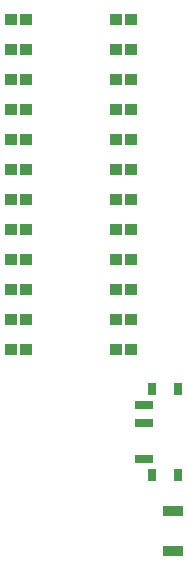
<source format=gtp>
G04 #@! TF.GenerationSoftware,KiCad,Pcbnew,5.1.10*
G04 #@! TF.CreationDate,2021-11-16T11:23:36-06:00*
G04 #@! TF.ProjectId,a_dux_dux,615f6475-785f-4647-9578-2e6b69636164,VERSION_HERE*
G04 #@! TF.SameCoordinates,Original*
G04 #@! TF.FileFunction,Paste,Top*
G04 #@! TF.FilePolarity,Positive*
%FSLAX46Y46*%
G04 Gerber Fmt 4.6, Leading zero omitted, Abs format (unit mm)*
G04 Created by KiCad (PCBNEW 5.1.10) date 2021-11-16 11:23:36*
%MOMM*%
%LPD*%
G01*
G04 APERTURE LIST*
%ADD10R,0.800000X1.000000*%
%ADD11R,1.500000X0.700000*%
%ADD12C,0.100000*%
%ADD13R,1.700000X0.900000*%
G04 APERTURE END LIST*
D10*
G04 #@! TO.C,REF\u002A\u002A*
X294876000Y-121506000D03*
X294876000Y-114206000D03*
X297086000Y-114206000D03*
X297086000Y-121506000D03*
D11*
X294226000Y-115606000D03*
X294226000Y-117106000D03*
X294226000Y-120106000D03*
G04 #@! TD*
D12*
G04 #@! TO.C,C1*
G36*
X292616000Y-98671000D02*
G01*
X292616000Y-97671000D01*
X293616000Y-97671000D01*
X293616000Y-98671000D01*
X292616000Y-98671000D01*
G37*
G36*
X282456000Y-98671000D02*
G01*
X282456000Y-97671000D01*
X283456000Y-97671000D01*
X283456000Y-98671000D01*
X282456000Y-98671000D01*
G37*
G36*
X291346000Y-98671000D02*
G01*
X291346000Y-97671000D01*
X292346000Y-97671000D01*
X292346000Y-98671000D01*
X291346000Y-98671000D01*
G37*
G36*
X283726000Y-98671000D02*
G01*
X283726000Y-97671000D01*
X284726000Y-97671000D01*
X284726000Y-98671000D01*
X283726000Y-98671000D01*
G37*
G36*
X292616000Y-101211000D02*
G01*
X292616000Y-100211000D01*
X293616000Y-100211000D01*
X293616000Y-101211000D01*
X292616000Y-101211000D01*
G37*
G36*
X282456000Y-101211000D02*
G01*
X282456000Y-100211000D01*
X283456000Y-100211000D01*
X283456000Y-101211000D01*
X282456000Y-101211000D01*
G37*
G36*
X291346000Y-101211000D02*
G01*
X291346000Y-100211000D01*
X292346000Y-100211000D01*
X292346000Y-101211000D01*
X291346000Y-101211000D01*
G37*
G36*
X283726000Y-101211000D02*
G01*
X283726000Y-100211000D01*
X284726000Y-100211000D01*
X284726000Y-101211000D01*
X283726000Y-101211000D01*
G37*
G36*
X292616000Y-103751000D02*
G01*
X292616000Y-102751000D01*
X293616000Y-102751000D01*
X293616000Y-103751000D01*
X292616000Y-103751000D01*
G37*
G36*
X282456000Y-103751000D02*
G01*
X282456000Y-102751000D01*
X283456000Y-102751000D01*
X283456000Y-103751000D01*
X282456000Y-103751000D01*
G37*
G36*
X291346000Y-103751000D02*
G01*
X291346000Y-102751000D01*
X292346000Y-102751000D01*
X292346000Y-103751000D01*
X291346000Y-103751000D01*
G37*
G36*
X283726000Y-103751000D02*
G01*
X283726000Y-102751000D01*
X284726000Y-102751000D01*
X284726000Y-103751000D01*
X283726000Y-103751000D01*
G37*
G36*
X292616000Y-106291000D02*
G01*
X292616000Y-105291000D01*
X293616000Y-105291000D01*
X293616000Y-106291000D01*
X292616000Y-106291000D01*
G37*
G36*
X282456000Y-106291000D02*
G01*
X282456000Y-105291000D01*
X283456000Y-105291000D01*
X283456000Y-106291000D01*
X282456000Y-106291000D01*
G37*
G36*
X291346000Y-106291000D02*
G01*
X291346000Y-105291000D01*
X292346000Y-105291000D01*
X292346000Y-106291000D01*
X291346000Y-106291000D01*
G37*
G36*
X283726000Y-106291000D02*
G01*
X283726000Y-105291000D01*
X284726000Y-105291000D01*
X284726000Y-106291000D01*
X283726000Y-106291000D01*
G37*
G36*
X292616000Y-108831000D02*
G01*
X292616000Y-107831000D01*
X293616000Y-107831000D01*
X293616000Y-108831000D01*
X292616000Y-108831000D01*
G37*
G36*
X282456000Y-108831000D02*
G01*
X282456000Y-107831000D01*
X283456000Y-107831000D01*
X283456000Y-108831000D01*
X282456000Y-108831000D01*
G37*
G36*
X291346000Y-108831000D02*
G01*
X291346000Y-107831000D01*
X292346000Y-107831000D01*
X292346000Y-108831000D01*
X291346000Y-108831000D01*
G37*
G36*
X283726000Y-108831000D02*
G01*
X283726000Y-107831000D01*
X284726000Y-107831000D01*
X284726000Y-108831000D01*
X283726000Y-108831000D01*
G37*
G36*
X292616000Y-111371000D02*
G01*
X292616000Y-110371000D01*
X293616000Y-110371000D01*
X293616000Y-111371000D01*
X292616000Y-111371000D01*
G37*
G36*
X282456000Y-111371000D02*
G01*
X282456000Y-110371000D01*
X283456000Y-110371000D01*
X283456000Y-111371000D01*
X282456000Y-111371000D01*
G37*
G36*
X291346000Y-111371000D02*
G01*
X291346000Y-110371000D01*
X292346000Y-110371000D01*
X292346000Y-111371000D01*
X291346000Y-111371000D01*
G37*
G36*
X283726000Y-111371000D02*
G01*
X283726000Y-110371000D01*
X284726000Y-110371000D01*
X284726000Y-111371000D01*
X283726000Y-111371000D01*
G37*
G36*
X292616000Y-96131000D02*
G01*
X292616000Y-95131000D01*
X293616000Y-95131000D01*
X293616000Y-96131000D01*
X292616000Y-96131000D01*
G37*
G36*
X282456000Y-96131000D02*
G01*
X282456000Y-95131000D01*
X283456000Y-95131000D01*
X283456000Y-96131000D01*
X282456000Y-96131000D01*
G37*
G36*
X291346000Y-96131000D02*
G01*
X291346000Y-95131000D01*
X292346000Y-95131000D01*
X292346000Y-96131000D01*
X291346000Y-96131000D01*
G37*
G36*
X283726000Y-96131000D02*
G01*
X283726000Y-95131000D01*
X284726000Y-95131000D01*
X284726000Y-96131000D01*
X283726000Y-96131000D01*
G37*
G36*
X292616000Y-93591000D02*
G01*
X292616000Y-92591000D01*
X293616000Y-92591000D01*
X293616000Y-93591000D01*
X292616000Y-93591000D01*
G37*
G36*
X282456000Y-93591000D02*
G01*
X282456000Y-92591000D01*
X283456000Y-92591000D01*
X283456000Y-93591000D01*
X282456000Y-93591000D01*
G37*
G36*
X291346000Y-93591000D02*
G01*
X291346000Y-92591000D01*
X292346000Y-92591000D01*
X292346000Y-93591000D01*
X291346000Y-93591000D01*
G37*
G36*
X283726000Y-93591000D02*
G01*
X283726000Y-92591000D01*
X284726000Y-92591000D01*
X284726000Y-93591000D01*
X283726000Y-93591000D01*
G37*
G36*
X292616000Y-91051000D02*
G01*
X292616000Y-90051000D01*
X293616000Y-90051000D01*
X293616000Y-91051000D01*
X292616000Y-91051000D01*
G37*
G36*
X282456000Y-91051000D02*
G01*
X282456000Y-90051000D01*
X283456000Y-90051000D01*
X283456000Y-91051000D01*
X282456000Y-91051000D01*
G37*
G36*
X291346000Y-91051000D02*
G01*
X291346000Y-90051000D01*
X292346000Y-90051000D01*
X292346000Y-91051000D01*
X291346000Y-91051000D01*
G37*
G36*
X283726000Y-91051000D02*
G01*
X283726000Y-90051000D01*
X284726000Y-90051000D01*
X284726000Y-91051000D01*
X283726000Y-91051000D01*
G37*
G36*
X292616000Y-88511000D02*
G01*
X292616000Y-87511000D01*
X293616000Y-87511000D01*
X293616000Y-88511000D01*
X292616000Y-88511000D01*
G37*
G36*
X282456000Y-88511000D02*
G01*
X282456000Y-87511000D01*
X283456000Y-87511000D01*
X283456000Y-88511000D01*
X282456000Y-88511000D01*
G37*
G36*
X291346000Y-88511000D02*
G01*
X291346000Y-87511000D01*
X292346000Y-87511000D01*
X292346000Y-88511000D01*
X291346000Y-88511000D01*
G37*
G36*
X283726000Y-88511000D02*
G01*
X283726000Y-87511000D01*
X284726000Y-87511000D01*
X284726000Y-88511000D01*
X283726000Y-88511000D01*
G37*
G36*
X292616000Y-85971000D02*
G01*
X292616000Y-84971000D01*
X293616000Y-84971000D01*
X293616000Y-85971000D01*
X292616000Y-85971000D01*
G37*
G36*
X282456000Y-85971000D02*
G01*
X282456000Y-84971000D01*
X283456000Y-84971000D01*
X283456000Y-85971000D01*
X282456000Y-85971000D01*
G37*
G36*
X291346000Y-85971000D02*
G01*
X291346000Y-84971000D01*
X292346000Y-84971000D01*
X292346000Y-85971000D01*
X291346000Y-85971000D01*
G37*
G36*
X283726000Y-85971000D02*
G01*
X283726000Y-84971000D01*
X284726000Y-84971000D01*
X284726000Y-85971000D01*
X283726000Y-85971000D01*
G37*
G36*
X291346000Y-83431000D02*
G01*
X291346000Y-82431000D01*
X292346000Y-82431000D01*
X292346000Y-83431000D01*
X291346000Y-83431000D01*
G37*
G36*
X292616000Y-83431000D02*
G01*
X292616000Y-82431000D01*
X293616000Y-82431000D01*
X293616000Y-83431000D01*
X292616000Y-83431000D01*
G37*
G36*
X283726000Y-83431000D02*
G01*
X283726000Y-82431000D01*
X284726000Y-82431000D01*
X284726000Y-83431000D01*
X283726000Y-83431000D01*
G37*
G36*
X282456000Y-83431000D02*
G01*
X282456000Y-82431000D01*
X283456000Y-82431000D01*
X283456000Y-83431000D01*
X282456000Y-83431000D01*
G37*
G04 #@! TD*
D13*
G04 #@! TO.C,REF\u002A\u002A*
X296672000Y-127938000D03*
X296672000Y-124538000D03*
G04 #@! TD*
M02*

</source>
